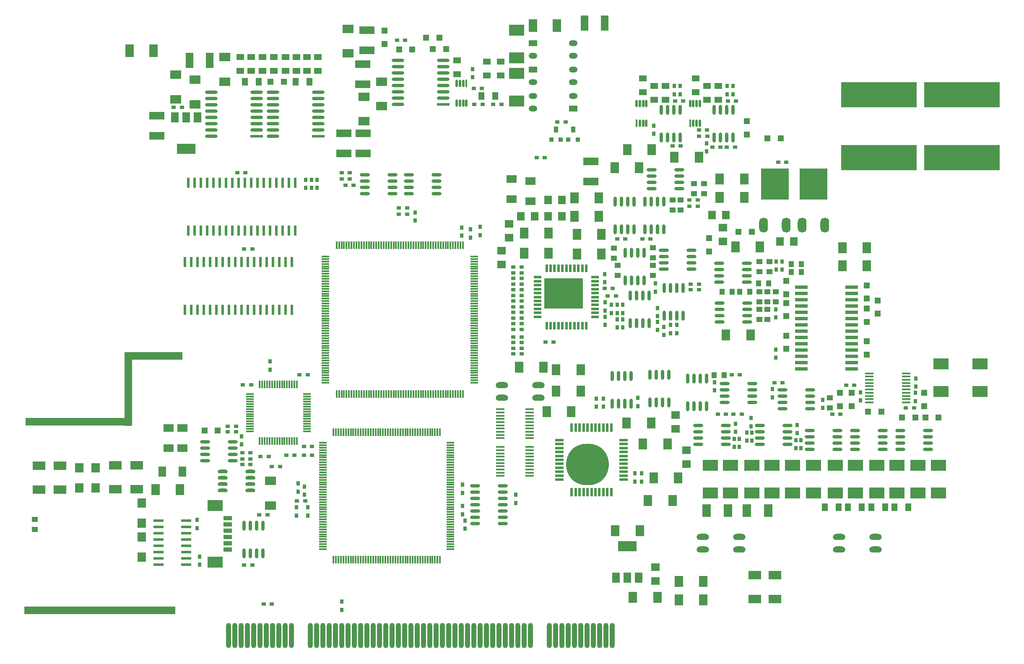
<source format=gtp>
%FSAX43Y43*%
%MOMM*%
G71*
G01*
G75*
%ADD10R,11.430X1.524*%
%ADD11R,30.480X1.524*%
%ADD12R,1.524X0.305*%
%ADD13R,0.305X1.524*%
%ADD14R,1.524X1.270*%
%ADD15R,0.762X0.889*%
%ADD16O,0.432X1.524*%
%ADD17R,0.432X1.524*%
%ADD18R,1.778X2.286*%
%ADD19R,1.270X1.143*%
%ADD20R,1.524X3.048*%
%ADD21R,0.889X0.762*%
%ADD22R,3.048X1.524*%
%ADD23R,1.270X1.524*%
%ADD24R,2.286X1.778*%
%ADD25R,1.524X0.508*%
%ADD26O,0.610X2.032*%
%ADD27R,1.143X1.270*%
%ADD28R,1.778X1.524*%
%ADD29R,1.524X1.778*%
%ADD30R,1.524X2.032*%
%ADD31R,2.540X0.610*%
%ADD32O,2.540X0.610*%
%ADD33O,1.778X3.048*%
%ADD34R,5.588X6.350*%
%ADD35R,3.810X2.032*%
%ADD36R,2.032X1.524*%
%ADD37R,1.727X1.219*%
%ADD38O,1.727X1.219*%
%ADD39O,2.540X1.270*%
%ADD40O,2.032X0.610*%
%ADD41R,15.240X5.080*%
%ADD42R,2.540X1.778*%
%ADD43R,0.914X1.270*%
%ADD44R,0.914X0.914*%
%ADD45R,1.778X2.540*%
%ADD46R,3.048X2.286*%
%ADD47R,1.270X1.016*%
%ADD48R,1.016X1.270*%
%ADD49R,1.780X0.420*%
%ADD50R,1.780X0.420*%
%ADD51O,1.016X5.080*%
%ADD52O,2.032X0.762*%
%ADD53R,1.727X1.829*%
%ADD54R,1.778X0.508*%
%ADD55R,2.540X0.635*%
%ADD56R,0.508X1.524*%
%ADD57R,0.508X1.778*%
%ADD58R,0.610X2.032*%
%ADD59R,2.032X0.610*%
%ADD60R,21.590X1.524*%
%ADD61R,1.524X14.859*%
%ADD62O,8.636X8.382*%
%ADD63R,7.874X6.096*%
%ADD64R,1.727X0.813*%
%ADD65C,0.203*%
%ADD66C,0.356*%
%ADD67C,0.457*%
%ADD68C,0.305*%
%ADD69C,1.270*%
%ADD70C,0.508*%
%ADD71C,0.406*%
%ADD72C,0.635*%
%ADD73C,0.381*%
%ADD74C,0.584*%
%ADD75C,0.254*%
%ADD76C,0.813*%
%ADD77C,0.711*%
%ADD78C,0.889*%
%ADD79R,25.146X25.400*%
%ADD80R,1.397X0.635*%
%ADD81C,1.270*%
%ADD82C,1.651*%
%ADD83C,1.524*%
%ADD84R,1.270X1.270*%
%ADD85C,1.626*%
%ADD86C,3.302*%
%ADD87R,10.160X7.620*%
%ADD88C,2.286*%
%ADD89C,6.350*%
%ADD90C,1.930*%
%ADD91C,5.842*%
%ADD92C,1.905*%
%ADD93R,1.905X1.905*%
%ADD94C,1.575*%
%ADD95C,1.727*%
%ADD96R,1.727X1.727*%
%ADD97C,0.813*%
%ADD98R,24.130X1.524*%
%ADD99R,2.032X30.480*%
%ADD100R,1.016X0.914*%
%ADD101R,0.914X1.016*%
%ADD102R,0.762X0.762*%
%ADD103R,1.829X1.727*%
%ADD104R,2.032X3.810*%
%ADD105R,1.270X0.914*%
%ADD106R,2.286X3.048*%
%ADD107O,0.762X2.032*%
%ADD108R,1.194X0.787*%
%ADD109O,1.194X0.787*%
%ADD110R,5.080X2.032*%
%ADD111R,1.270X2.794*%
%ADD112R,1.270X3.048*%
%ADD113C,0.200*%
%ADD114C,0.127*%
D10*
X0027356Y0061087D02*
D03*
D11*
X0016332Y0009677D02*
D03*
D12*
X0061835Y0079140D02*
D03*
X0091935Y0077140D02*
D03*
X0091935Y0077640D02*
D03*
X0091935Y0078140D02*
D03*
X0061400Y0022039D02*
D03*
X0061400Y0022539D02*
D03*
X0061400Y0023039D02*
D03*
X0061400Y0023539D02*
D03*
X0061400Y0024039D02*
D03*
X0061400Y0024539D02*
D03*
X0061400Y0025039D02*
D03*
X0061400Y0025539D02*
D03*
X0061400Y0026039D02*
D03*
X0061400Y0026539D02*
D03*
X0061400Y0027539D02*
D03*
X0061400Y0028039D02*
D03*
X0061400Y0028539D02*
D03*
X0061400Y0029039D02*
D03*
X0061400Y0029539D02*
D03*
X0061400Y0030039D02*
D03*
X0061400Y0030539D02*
D03*
X0061400Y0031039D02*
D03*
X0061400Y0031539D02*
D03*
X0061400Y0032039D02*
D03*
X0061400Y0032539D02*
D03*
X0061400Y0033039D02*
D03*
X0061400Y0033539D02*
D03*
X0061400Y0034039D02*
D03*
X0061400Y0034539D02*
D03*
X0061400Y0035039D02*
D03*
X0061400Y0035539D02*
D03*
X0061400Y0036039D02*
D03*
X0061400Y0036539D02*
D03*
X0061400Y0037039D02*
D03*
X0061400Y0037539D02*
D03*
X0061400Y0038039D02*
D03*
X0061400Y0038539D02*
D03*
X0061400Y0039039D02*
D03*
X0061400Y0039539D02*
D03*
X0061400Y0040039D02*
D03*
X0061400Y0042539D02*
D03*
X0061400Y0043039D02*
D03*
X0061400Y0043539D02*
D03*
X0087100Y0043539D02*
D03*
X0087100Y0043039D02*
D03*
X0087100Y0042539D02*
D03*
X0087100Y0042039D02*
D03*
X0087100Y0041539D02*
D03*
X0087100Y0041039D02*
D03*
X0087100Y0034539D02*
D03*
X0087100Y0034039D02*
D03*
X0087100Y0030539D02*
D03*
X0087100Y0030039D02*
D03*
X0087100Y0027539D02*
D03*
X0087100Y0026039D02*
D03*
X0087100Y0025539D02*
D03*
X0087100Y0025039D02*
D03*
X0087100Y0024539D02*
D03*
X0087100Y0024039D02*
D03*
X0087100Y0023539D02*
D03*
X0087100Y0023039D02*
D03*
X0087100Y0022539D02*
D03*
X0087100Y0022039D02*
D03*
X0061400Y0042039D02*
D03*
X0061400Y0041539D02*
D03*
X0061400Y0041039D02*
D03*
X0061400Y0040539D02*
D03*
X0087100Y0026539D02*
D03*
X0087100Y0027039D02*
D03*
X0087100Y0028039D02*
D03*
X0087100Y0028539D02*
D03*
X0087100Y0029039D02*
D03*
X0087100Y0029539D02*
D03*
X0087100Y0031039D02*
D03*
X0087100Y0031539D02*
D03*
X0087100Y0032039D02*
D03*
X0087100Y0032539D02*
D03*
X0087100Y0033039D02*
D03*
X0087100Y0033539D02*
D03*
X0087100Y0035039D02*
D03*
X0087100Y0035539D02*
D03*
X0087100Y0036039D02*
D03*
X0087100Y0036539D02*
D03*
X0087100Y0037039D02*
D03*
X0087100Y0037539D02*
D03*
X0087100Y0038039D02*
D03*
X0087100Y0038539D02*
D03*
X0087100Y0039039D02*
D03*
X0087100Y0039539D02*
D03*
X0087100Y0040039D02*
D03*
X0087100Y0040539D02*
D03*
X0061400Y0027039D02*
D03*
X0061835Y0055640D02*
D03*
X0061835Y0056140D02*
D03*
X0061835Y0056640D02*
D03*
X0061835Y0057140D02*
D03*
X0061835Y0057640D02*
D03*
X0061835Y0058140D02*
D03*
X0061835Y0058640D02*
D03*
X0061835Y0060640D02*
D03*
X0061835Y0061140D02*
D03*
X0061835Y0061640D02*
D03*
X0061835Y0064640D02*
D03*
X0061835Y0066640D02*
D03*
X0061835Y0067140D02*
D03*
X0061835Y0067640D02*
D03*
X0061835Y0068140D02*
D03*
X0061835Y0068640D02*
D03*
X0061835Y0071140D02*
D03*
X0061835Y0073140D02*
D03*
X0061835Y0073640D02*
D03*
X0061835Y0074140D02*
D03*
X0061835Y0074640D02*
D03*
X0061835Y0075140D02*
D03*
X0061835Y0075640D02*
D03*
X0061835Y0076140D02*
D03*
X0061835Y0076640D02*
D03*
X0061835Y0077140D02*
D03*
X0061835Y0077640D02*
D03*
X0061835Y0078140D02*
D03*
X0061835Y0078640D02*
D03*
X0061835Y0080140D02*
D03*
X0061835Y0080640D02*
D03*
X0061835Y0081140D02*
D03*
X0091935Y0081140D02*
D03*
X0091935Y0080640D02*
D03*
X0091935Y0080140D02*
D03*
X0091935Y0079640D02*
D03*
X0091935Y0079140D02*
D03*
X0091935Y0075640D02*
D03*
X0091935Y0075140D02*
D03*
X0091935Y0074640D02*
D03*
X0091935Y0071640D02*
D03*
X0091935Y0068640D02*
D03*
X0091935Y0068140D02*
D03*
X0091935Y0067640D02*
D03*
X0091935Y0067140D02*
D03*
X0091935Y0065140D02*
D03*
X0091935Y0063140D02*
D03*
X0091935Y0062640D02*
D03*
X0091935Y0062140D02*
D03*
X0091935Y0061640D02*
D03*
X0091935Y0061140D02*
D03*
X0091935Y0060640D02*
D03*
X0091935Y0060140D02*
D03*
X0091935Y0059640D02*
D03*
X0091935Y0059140D02*
D03*
X0091935Y0058640D02*
D03*
X0091935Y0058140D02*
D03*
X0091935Y0057640D02*
D03*
X0091935Y0057140D02*
D03*
X0091935Y0056640D02*
D03*
X0091935Y0056140D02*
D03*
X0091935Y0055640D02*
D03*
X0061835Y0072640D02*
D03*
X0061835Y0064140D02*
D03*
X0061835Y0063140D02*
D03*
X0061835Y0062140D02*
D03*
X0061835Y0059140D02*
D03*
X0061835Y0060140D02*
D03*
X0061835Y0062640D02*
D03*
X0061835Y0063640D02*
D03*
X0061835Y0065140D02*
D03*
X0061835Y0059640D02*
D03*
X0061835Y0072140D02*
D03*
X0061835Y0070640D02*
D03*
X0061835Y0069640D02*
D03*
X0061835Y0069140D02*
D03*
X0061835Y0070140D02*
D03*
X0061835Y0071640D02*
D03*
X0061835Y0066140D02*
D03*
X0061835Y0065640D02*
D03*
X0091935Y0069640D02*
D03*
X0091935Y0070140D02*
D03*
X0091935Y0070640D02*
D03*
X0091935Y0071140D02*
D03*
X0091935Y0072140D02*
D03*
X0091935Y0072640D02*
D03*
X0091935Y0073140D02*
D03*
X0091935Y0073640D02*
D03*
X0091935Y0074140D02*
D03*
X0091935Y0076140D02*
D03*
X0091935Y0076640D02*
D03*
X0091935Y0065640D02*
D03*
X0091935Y0066140D02*
D03*
X0091935Y0064640D02*
D03*
X0091935Y0064140D02*
D03*
X0091935Y0063640D02*
D03*
X0091935Y0069140D02*
D03*
X0091935Y0066640D02*
D03*
X0058109Y0053340D02*
D03*
X0058109Y0052840D02*
D03*
X0058109Y0052340D02*
D03*
X0058109Y0051840D02*
D03*
X0058109Y0051340D02*
D03*
X0058109Y0050840D02*
D03*
X0058109Y0050340D02*
D03*
X0058109Y0049840D02*
D03*
X0058109Y0049340D02*
D03*
X0058109Y0048840D02*
D03*
X0058109Y0048340D02*
D03*
X0058109Y0047840D02*
D03*
X0058109Y0047340D02*
D03*
X0058109Y0046840D02*
D03*
X0058109Y0046340D02*
D03*
X0058109Y0045840D02*
D03*
X0046609Y0045840D02*
D03*
X0046609Y0046340D02*
D03*
X0046609Y0046840D02*
D03*
X0046609Y0047340D02*
D03*
X0046609Y0047840D02*
D03*
X0046609Y0048340D02*
D03*
X0046609Y0048840D02*
D03*
X0046609Y0049840D02*
D03*
X0046609Y0050840D02*
D03*
X0046609Y0051340D02*
D03*
X0046609Y0051840D02*
D03*
X0046609Y0052340D02*
D03*
X0046609Y0052840D02*
D03*
X0046609Y0053340D02*
D03*
X0046609Y0049340D02*
D03*
X0091935Y0078640D02*
D03*
X0061835Y0079640D02*
D03*
X0046609Y0050340D02*
D03*
D13*
X0052109Y0055340D02*
D03*
X0082135Y0083440D02*
D03*
X0081635Y0083440D02*
D03*
X0063500Y0045639D02*
D03*
X0064000Y0045639D02*
D03*
X0064500Y0045639D02*
D03*
X0065000Y0045639D02*
D03*
X0065500Y0045639D02*
D03*
X0066000Y0045639D02*
D03*
X0066500Y0045639D02*
D03*
X0067000Y0045639D02*
D03*
X0067500Y0045639D02*
D03*
X0068000Y0045639D02*
D03*
X0068500Y0045639D02*
D03*
X0069000Y0045639D02*
D03*
X0069500Y0045639D02*
D03*
X0070000Y0045639D02*
D03*
X0070500Y0045639D02*
D03*
X0071000Y0045639D02*
D03*
X0071500Y0045639D02*
D03*
X0072000Y0045639D02*
D03*
X0072500Y0045639D02*
D03*
X0073000Y0045639D02*
D03*
X0073500Y0045639D02*
D03*
X0074000Y0045639D02*
D03*
X0074500Y0045639D02*
D03*
X0075000Y0045639D02*
D03*
X0075500Y0045639D02*
D03*
X0076000Y0045639D02*
D03*
X0076500Y0045639D02*
D03*
X0077000Y0045639D02*
D03*
X0077500Y0045639D02*
D03*
X0078000Y0045639D02*
D03*
X0078500Y0045639D02*
D03*
X0079000Y0045639D02*
D03*
X0079500Y0045639D02*
D03*
X0080000Y0045639D02*
D03*
X0080500Y0045639D02*
D03*
X0081000Y0045639D02*
D03*
X0081500Y0045639D02*
D03*
X0082000Y0045639D02*
D03*
X0083000Y0045639D02*
D03*
X0084500Y0045639D02*
D03*
X0085000Y0045639D02*
D03*
X0085000Y0019939D02*
D03*
X0084500Y0019939D02*
D03*
X0084000Y0019939D02*
D03*
X0083500Y0019939D02*
D03*
X0083000Y0019939D02*
D03*
X0082500Y0019939D02*
D03*
X0082000Y0019939D02*
D03*
X0081500Y0019939D02*
D03*
X0081000Y0019939D02*
D03*
X0080500Y0019939D02*
D03*
X0080000Y0019939D02*
D03*
X0079500Y0019939D02*
D03*
X0079000Y0019939D02*
D03*
X0078500Y0019939D02*
D03*
X0078000Y0019939D02*
D03*
X0077500Y0019939D02*
D03*
X0077000Y0019939D02*
D03*
X0076500Y0019939D02*
D03*
X0076000Y0019939D02*
D03*
X0075500Y0019939D02*
D03*
X0075000Y0019939D02*
D03*
X0074500Y0019939D02*
D03*
X0074000Y0019939D02*
D03*
X0073500Y0019939D02*
D03*
X0073000Y0019939D02*
D03*
X0072500Y0019939D02*
D03*
X0072000Y0019939D02*
D03*
X0071500Y0019939D02*
D03*
X0071000Y0019939D02*
D03*
X0070500Y0019939D02*
D03*
X0070000Y0019939D02*
D03*
X0069500Y0019939D02*
D03*
X0069000Y0019939D02*
D03*
X0068500Y0019939D02*
D03*
X0068000Y0019939D02*
D03*
X0067500Y0019939D02*
D03*
X0067000Y0019939D02*
D03*
X0066500Y0019939D02*
D03*
X0066000Y0019939D02*
D03*
X0065500Y0019939D02*
D03*
X0065000Y0019939D02*
D03*
X0064500Y0019939D02*
D03*
X0064000Y0019939D02*
D03*
X0063500Y0019939D02*
D03*
X0084000Y0045639D02*
D03*
X0083500Y0045639D02*
D03*
X0082500Y0045639D02*
D03*
X0064135Y0083440D02*
D03*
X0064635Y0083440D02*
D03*
X0065135Y0083440D02*
D03*
X0065635Y0083440D02*
D03*
X0066135Y0083440D02*
D03*
X0066635Y0083440D02*
D03*
X0067135Y0083440D02*
D03*
X0067635Y0083440D02*
D03*
X0068135Y0083440D02*
D03*
X0068635Y0083440D02*
D03*
X0069135Y0083440D02*
D03*
X0069635Y0083440D02*
D03*
X0070135Y0083440D02*
D03*
X0070635Y0083440D02*
D03*
X0071135Y0083440D02*
D03*
X0071635Y0083440D02*
D03*
X0072135Y0083440D02*
D03*
X0072635Y0083440D02*
D03*
X0073135Y0083440D02*
D03*
X0073635Y0083440D02*
D03*
X0074635Y0083440D02*
D03*
X0075135Y0083440D02*
D03*
X0075635Y0083440D02*
D03*
X0076635Y0083440D02*
D03*
X0077135Y0083440D02*
D03*
X0078135Y0083440D02*
D03*
X0079135Y0083440D02*
D03*
X0080135Y0083440D02*
D03*
X0082635Y0083440D02*
D03*
X0083135Y0083440D02*
D03*
X0083635Y0083440D02*
D03*
X0084135Y0083440D02*
D03*
X0084635Y0083440D02*
D03*
X0088135Y0083440D02*
D03*
X0088635Y0083440D02*
D03*
X0089135Y0083440D02*
D03*
X0089635Y0083440D02*
D03*
X0089635Y0053340D02*
D03*
X0089135Y0053340D02*
D03*
X0088635Y0053340D02*
D03*
X0088135Y0053340D02*
D03*
X0087635Y0053340D02*
D03*
X0087135Y0053340D02*
D03*
X0086635Y0053340D02*
D03*
X0086135Y0053340D02*
D03*
X0085635Y0053340D02*
D03*
X0085135Y0053340D02*
D03*
X0084635Y0053340D02*
D03*
X0084135Y0053340D02*
D03*
X0083635Y0053340D02*
D03*
X0083135Y0053340D02*
D03*
X0082635Y0053340D02*
D03*
X0082135Y0053340D02*
D03*
X0081635Y0053340D02*
D03*
X0081135Y0053340D02*
D03*
X0080635Y0053340D02*
D03*
X0080135Y0053340D02*
D03*
X0079635Y0053340D02*
D03*
X0079135Y0053340D02*
D03*
X0078635Y0053340D02*
D03*
X0078135Y0053340D02*
D03*
X0077635Y0053340D02*
D03*
X0077135Y0053340D02*
D03*
X0076635Y0053340D02*
D03*
X0076135Y0053340D02*
D03*
X0075635Y0053340D02*
D03*
X0075135Y0053340D02*
D03*
X0074635Y0053340D02*
D03*
X0074135Y0053340D02*
D03*
X0073635Y0053340D02*
D03*
X0073135Y0053340D02*
D03*
X0072635Y0053340D02*
D03*
X0072135Y0053340D02*
D03*
X0071635Y0053340D02*
D03*
X0071135Y0053340D02*
D03*
X0070635Y0053340D02*
D03*
X0070135Y0053340D02*
D03*
X0069635Y0053340D02*
D03*
X0069135Y0053340D02*
D03*
X0068635Y0053340D02*
D03*
X0068135Y0053340D02*
D03*
X0067635Y0053340D02*
D03*
X0067135Y0053340D02*
D03*
X0066635Y0053340D02*
D03*
X0066135Y0053340D02*
D03*
X0065635Y0053340D02*
D03*
X0065135Y0053340D02*
D03*
X0064635Y0053340D02*
D03*
X0064135Y0053340D02*
D03*
X0087135Y0083440D02*
D03*
X0087635Y0083440D02*
D03*
X0053609Y0043840D02*
D03*
X0052609Y0043840D02*
D03*
X0048609Y0055340D02*
D03*
X0049109Y0055340D02*
D03*
X0049609Y0055340D02*
D03*
X0050109Y0055340D02*
D03*
X0050609Y0055340D02*
D03*
X0051109Y0055340D02*
D03*
X0051609Y0055340D02*
D03*
X0053109Y0055340D02*
D03*
X0053609Y0055340D02*
D03*
X0054109Y0055340D02*
D03*
X0054609Y0055340D02*
D03*
X0055109Y0055340D02*
D03*
X0055609Y0055340D02*
D03*
X0056109Y0055340D02*
D03*
X0056109Y0043840D02*
D03*
X0055609Y0043840D02*
D03*
X0055109Y0043840D02*
D03*
X0054609Y0043840D02*
D03*
X0054109Y0043840D02*
D03*
X0053109Y0043840D02*
D03*
X0052109Y0043840D02*
D03*
X0051609Y0043840D02*
D03*
X0051109Y0043840D02*
D03*
X0050609Y0043840D02*
D03*
X0050109Y0043840D02*
D03*
X0049609Y0043840D02*
D03*
X0049109Y0043840D02*
D03*
X0048609Y0043840D02*
D03*
X0074135Y0083440D02*
D03*
X0080635Y0083440D02*
D03*
X0077635Y0083440D02*
D03*
X0078635Y0083440D02*
D03*
X0079635Y0083440D02*
D03*
X0076135Y0083440D02*
D03*
X0081135Y0083440D02*
D03*
X0085635Y0083440D02*
D03*
X0085135Y0083440D02*
D03*
X0086135Y0083440D02*
D03*
X0086635Y0083440D02*
D03*
X0052609Y0055340D02*
D03*
D14*
X0130556Y0115570D02*
D03*
X0130556Y0112776D02*
D03*
X0125984Y0117094D02*
D03*
X0125984Y0114300D02*
D03*
X0097282Y0117729D02*
D03*
X0097282Y0120523D02*
D03*
X0094488Y0117729D02*
D03*
X0094488Y0120523D02*
D03*
X0136652Y0117094D02*
D03*
X0136652Y0114300D02*
D03*
X0058166Y0118618D02*
D03*
X0058166Y0121412D02*
D03*
X0138938Y0112776D02*
D03*
X0141224Y0112776D02*
D03*
X0138938Y0115570D02*
D03*
X0141224Y0115570D02*
D03*
X0128270Y0112776D02*
D03*
X0056007Y0118618D02*
D03*
X0056007Y0121412D02*
D03*
X0060325Y0121412D02*
D03*
X0060325Y0118618D02*
D03*
X0053848Y0118618D02*
D03*
X0053848Y0121412D02*
D03*
X0049149Y0121412D02*
D03*
X0049149Y0118618D02*
D03*
X0046863Y0118618D02*
D03*
X0046863Y0121412D02*
D03*
X0051435Y0121412D02*
D03*
X0051435Y0118618D02*
D03*
X0044704Y0118618D02*
D03*
X0044704Y0121412D02*
D03*
X0088443Y0117983D02*
D03*
X0088443Y0120777D02*
D03*
X0128270Y0115570D02*
D03*
D15*
X0128143Y0107569D02*
D03*
X0128143Y0105918D02*
D03*
X0145415Y0044323D02*
D03*
X0145415Y0042672D02*
D03*
X0146939Y0045593D02*
D03*
X0146939Y0043942D02*
D03*
X0157861Y0044069D02*
D03*
X0157861Y0042418D02*
D03*
X0143002Y0115570D02*
D03*
X0143002Y0113919D02*
D03*
X0144145Y0115570D02*
D03*
X0144145Y0113919D02*
D03*
X0132334Y0115570D02*
D03*
X0132334Y0113919D02*
D03*
X0133477Y0115570D02*
D03*
X0133477Y0113919D02*
D03*
X0091567Y0117348D02*
D03*
X0091567Y0118999D02*
D03*
X0152146Y0052705D02*
D03*
X0152146Y0054356D02*
D03*
X0093091Y0085471D02*
D03*
X0093091Y0087122D02*
D03*
X0080010Y0090043D02*
D03*
X0080010Y0088392D02*
D03*
X0091186Y0086614D02*
D03*
X0091186Y0084963D02*
D03*
X0059055Y0096647D02*
D03*
X0044958Y0044831D02*
D03*
X0044958Y0043180D02*
D03*
X0060198Y0096647D02*
D03*
X0057912Y0096647D02*
D03*
X0152781Y0062357D02*
D03*
X0152781Y0060706D02*
D03*
X0100330Y0033020D02*
D03*
X0100330Y0031369D02*
D03*
X0140459Y0054102D02*
D03*
X0140459Y0055753D02*
D03*
X0050673Y0058293D02*
D03*
X0050673Y0059944D02*
D03*
X0065151Y0011430D02*
D03*
X0065151Y0009779D02*
D03*
X0181102Y0056515D02*
D03*
X0181102Y0054864D02*
D03*
X0118237Y0075946D02*
D03*
X0118237Y0077597D02*
D03*
X0118364Y0070231D02*
D03*
X0118364Y0071882D02*
D03*
X0132842Y0065659D02*
D03*
X0132842Y0067310D02*
D03*
X0120777Y0068453D02*
D03*
X0120777Y0066802D02*
D03*
X0121920Y0071374D02*
D03*
X0121920Y0069723D02*
D03*
X0130175Y0066929D02*
D03*
X0130175Y0065278D02*
D03*
X0128905Y0066294D02*
D03*
X0128905Y0067945D02*
D03*
X0169926Y0052070D02*
D03*
X0169926Y0053721D02*
D03*
X0180975Y0051943D02*
D03*
X0180975Y0053594D02*
D03*
X0125730Y0035687D02*
D03*
X0125730Y0037338D02*
D03*
X0036449Y0020523D02*
D03*
X0152781Y0068834D02*
D03*
X0152781Y0070485D02*
D03*
X0119634Y0071374D02*
D03*
X0119634Y0069723D02*
D03*
X0118364Y0067310D02*
D03*
X0118364Y0068961D02*
D03*
X0128905Y0069088D02*
D03*
X0128905Y0070739D02*
D03*
X0120777Y0069723D02*
D03*
X0120777Y0071374D02*
D03*
X0121920Y0066802D02*
D03*
X0121920Y0068453D02*
D03*
X0128524Y0075692D02*
D03*
X0128524Y0074041D02*
D03*
X0131572Y0065659D02*
D03*
X0131572Y0067310D02*
D03*
X0124968Y0052578D02*
D03*
X0124968Y0050927D02*
D03*
X0162306Y0050546D02*
D03*
X0162306Y0052197D02*
D03*
X0124333Y0037338D02*
D03*
X0124333Y0035687D02*
D03*
X0116586Y0050800D02*
D03*
X0116586Y0052451D02*
D03*
X0117983Y0050800D02*
D03*
X0117983Y0052451D02*
D03*
X0057658Y0033020D02*
D03*
X0057658Y0034671D02*
D03*
X0056007Y0030480D02*
D03*
X0056007Y0028829D02*
D03*
X0058293Y0028829D02*
D03*
X0058293Y0030480D02*
D03*
X0089535Y0030734D02*
D03*
X0089535Y0029083D02*
D03*
X0090043Y0027813D02*
D03*
X0090043Y0026162D02*
D03*
X0089535Y0035052D02*
D03*
X0089535Y0033401D02*
D03*
X0089408Y0086995D02*
D03*
X0089408Y0085344D02*
D03*
X0138862Y0102362D02*
D03*
X0060198Y0094996D02*
D03*
X0059055Y0094996D02*
D03*
X0057912Y0094996D02*
D03*
X0138862Y0104013D02*
D03*
X0036449Y0018872D02*
D03*
X0154051Y0078486D02*
D03*
X0152908Y0078486D02*
D03*
X0154051Y0080137D02*
D03*
X0152908Y0080137D02*
D03*
X0144653Y0047371D02*
D03*
X0144653Y0045720D02*
D03*
X0147955Y0045593D02*
D03*
X0147955Y0043942D02*
D03*
X0147828Y0048514D02*
D03*
X0147828Y0046863D02*
D03*
X0156845Y0044069D02*
D03*
X0156845Y0042418D02*
D03*
X0157099Y0047117D02*
D03*
X0157099Y0045466D02*
D03*
X0144399Y0044323D02*
D03*
X0144399Y0042672D02*
D03*
X0056388Y0035306D02*
D03*
X0056388Y0033655D02*
D03*
X0035941Y0027940D02*
D03*
X0035941Y0026289D02*
D03*
D16*
X0136159Y0108077D02*
D03*
X0137460Y0112039D02*
D03*
X0136809Y0112039D02*
D03*
X0136159Y0112039D02*
D03*
X0135509Y0112039D02*
D03*
X0137460Y0108077D02*
D03*
X0136809Y0108077D02*
D03*
X0125364Y0108077D02*
D03*
X0126665Y0112039D02*
D03*
X0126014Y0112039D02*
D03*
X0125364Y0112039D02*
D03*
X0124714Y0112039D02*
D03*
X0126665Y0108077D02*
D03*
X0126014Y0108077D02*
D03*
X0089698Y0116078D02*
D03*
X0088397Y0112116D02*
D03*
X0089047Y0112116D02*
D03*
X0089698Y0112116D02*
D03*
X0090348Y0112116D02*
D03*
X0088397Y0116078D02*
D03*
X0089047Y0116078D02*
D03*
D17*
X0135509Y0108077D02*
D03*
X0124714Y0108077D02*
D03*
X0090348Y0116078D02*
D03*
D18*
X0125222Y0099060D02*
D03*
X0120269Y0099060D02*
D03*
X0132334Y0101219D02*
D03*
X0137287Y0101219D02*
D03*
X0112649Y0085598D02*
D03*
X0117602Y0085598D02*
D03*
X0130937Y0043307D02*
D03*
X0125984Y0043307D02*
D03*
X0122809Y0102743D02*
D03*
X0127762Y0102743D02*
D03*
X0027559Y0034036D02*
D03*
X0032512Y0034036D02*
D03*
X0144653Y0083058D02*
D03*
X0149606Y0083058D02*
D03*
X0120396Y0025781D02*
D03*
X0125349Y0025781D02*
D03*
X0141478Y0096774D02*
D03*
X0146431Y0096774D02*
D03*
X0108458Y0058293D02*
D03*
X0113411Y0058293D02*
D03*
X0101981Y0081788D02*
D03*
X0106934Y0081788D02*
D03*
X0101981Y0085852D02*
D03*
X0106934Y0085852D02*
D03*
X0133096Y0036449D02*
D03*
X0128143Y0036449D02*
D03*
X0127635Y0047498D02*
D03*
X0122682Y0047498D02*
D03*
X0171196Y0082931D02*
D03*
X0166243Y0082931D02*
D03*
X0105918Y0058801D02*
D03*
X0100965Y0058801D02*
D03*
X0117094Y0092964D02*
D03*
X0112141Y0092964D02*
D03*
X0171196Y0079248D02*
D03*
X0166243Y0079248D02*
D03*
X0108458Y0053975D02*
D03*
X0113411Y0053975D02*
D03*
X0117602Y0081661D02*
D03*
X0112649Y0081661D02*
D03*
X0138176Y0011811D02*
D03*
X0133223Y0011811D02*
D03*
X0147701Y0065278D02*
D03*
X0142748Y0065278D02*
D03*
X0131953Y0031877D02*
D03*
X0127000Y0031877D02*
D03*
X0112141Y0089281D02*
D03*
X0117094Y0089281D02*
D03*
X0111506Y0049784D02*
D03*
X0106553Y0049784D02*
D03*
X0138176Y0015494D02*
D03*
X0133223Y0015494D02*
D03*
X0146431Y0093091D02*
D03*
X0141478Y0093091D02*
D03*
X0128905Y0012319D02*
D03*
X0123952Y0012319D02*
D03*
D19*
X0146939Y0105791D02*
D03*
X0146939Y0108458D02*
D03*
X0073787Y0124079D02*
D03*
X0139319Y0084836D02*
D03*
X0073787Y0126746D02*
D03*
X0171196Y0067945D02*
D03*
X0154940Y0069088D02*
D03*
X0171196Y0075311D02*
D03*
X0171196Y0072644D02*
D03*
X0154940Y0076200D02*
D03*
X0154940Y0073533D02*
D03*
X0173355Y0069596D02*
D03*
X0173355Y0072263D02*
D03*
X0171196Y0061341D02*
D03*
X0171196Y0064008D02*
D03*
X0154940Y0062484D02*
D03*
X0154940Y0065151D02*
D03*
X0154940Y0071755D02*
D03*
X0171196Y0070612D02*
D03*
X0165735Y0053594D02*
D03*
X0165735Y0050927D02*
D03*
X0182753Y0053594D02*
D03*
X0182753Y0050927D02*
D03*
X0168148Y0053594D02*
D03*
X0168148Y0050927D02*
D03*
X0139319Y0082169D02*
D03*
D20*
X0114173Y0128270D02*
D03*
X0118237Y0128270D02*
D03*
X0034417Y0120777D02*
D03*
X0038481Y0120777D02*
D03*
D21*
X0144780Y0112522D02*
D03*
X0143129Y0112522D02*
D03*
X0132461Y0112522D02*
D03*
X0134112Y0112522D02*
D03*
X0145923Y0049276D02*
D03*
X0144272Y0049276D02*
D03*
X0097409Y0111887D02*
D03*
X0095758Y0111887D02*
D03*
X0127508Y0084709D02*
D03*
X0125857Y0084709D02*
D03*
X0120777Y0084709D02*
D03*
X0122428Y0084709D02*
D03*
X0152527Y0055626D02*
D03*
X0154178Y0055626D02*
D03*
X0077978Y0124841D02*
D03*
X0076327Y0124841D02*
D03*
X0137287Y0106680D02*
D03*
X0137338Y0105410D02*
D03*
X0133604Y0103505D02*
D03*
X0131953Y0103505D02*
D03*
X0108712Y0108331D02*
D03*
X0110363Y0108331D02*
D03*
X0093472Y0115062D02*
D03*
X0091821Y0115062D02*
D03*
X0043815Y0045720D02*
D03*
X0042164Y0045720D02*
D03*
X0042164Y0046863D02*
D03*
X0043815Y0046863D02*
D03*
X0048514Y0028956D02*
D03*
X0050165Y0028956D02*
D03*
X0045085Y0039116D02*
D03*
X0046736Y0039116D02*
D03*
X0045085Y0040259D02*
D03*
X0046736Y0041529D02*
D03*
X0046736Y0040259D02*
D03*
X0045085Y0041529D02*
D03*
X0052705Y0038735D02*
D03*
X0051054Y0038735D02*
D03*
X0135382Y0092583D02*
D03*
X0137033Y0092583D02*
D03*
X0119888Y0074676D02*
D03*
X0118237Y0074676D02*
D03*
X0101473Y0078994D02*
D03*
X0099822Y0078994D02*
D03*
X0145539Y0057277D02*
D03*
X0143888Y0057277D02*
D03*
X0044069Y0098044D02*
D03*
X0045720Y0098044D02*
D03*
X0107950Y0063881D02*
D03*
X0106299Y0063881D02*
D03*
X0051054Y0010922D02*
D03*
X0049403Y0010922D02*
D03*
X0167005Y0055118D02*
D03*
X0168656Y0055118D02*
D03*
X0135636Y0075565D02*
D03*
X0137287Y0075565D02*
D03*
X0141097Y0049276D02*
D03*
X0142748Y0049276D02*
D03*
X0180721Y0050546D02*
D03*
X0179070Y0050546D02*
D03*
X0154940Y0100203D02*
D03*
X0045466Y0082677D02*
D03*
X0047117Y0082677D02*
D03*
X0137033Y0091313D02*
D03*
X0135382Y0091313D02*
D03*
X0137287Y0074422D02*
D03*
X0135636Y0074422D02*
D03*
X0099822Y0077851D02*
D03*
X0101473Y0077851D02*
D03*
X0099822Y0076708D02*
D03*
X0101473Y0076708D02*
D03*
X0099822Y0075565D02*
D03*
X0101473Y0075565D02*
D03*
X0099822Y0074422D02*
D03*
X0101473Y0074422D02*
D03*
X0099822Y0073279D02*
D03*
X0101473Y0073279D02*
D03*
X0099822Y0072136D02*
D03*
X0101473Y0072136D02*
D03*
X0099822Y0070993D02*
D03*
X0101473Y0070993D02*
D03*
X0099822Y0069850D02*
D03*
X0101473Y0069850D02*
D03*
X0099822Y0068707D02*
D03*
X0101473Y0068707D02*
D03*
X0099822Y0067564D02*
D03*
X0101473Y0067564D02*
D03*
X0099822Y0066421D02*
D03*
X0101473Y0066421D02*
D03*
X0118872Y0073152D02*
D03*
X0120523Y0073152D02*
D03*
X0101473Y0064897D02*
D03*
X0099822Y0064897D02*
D03*
X0101473Y0063754D02*
D03*
X0099822Y0063754D02*
D03*
X0101473Y0062611D02*
D03*
X0099822Y0062611D02*
D03*
X0101473Y0061468D02*
D03*
X0099822Y0061468D02*
D03*
X0164211Y0049276D02*
D03*
X0165862Y0049276D02*
D03*
X0056134Y0031750D02*
D03*
X0057785Y0031750D02*
D03*
X0057531Y0042799D02*
D03*
X0059182Y0042799D02*
D03*
X0055626Y0041021D02*
D03*
X0053975Y0041021D02*
D03*
X0057531Y0041021D02*
D03*
X0059182Y0041021D02*
D03*
X0056642Y0057277D02*
D03*
X0058293Y0057277D02*
D03*
X0045466Y0018796D02*
D03*
X0047117Y0018796D02*
D03*
X0048768Y0040767D02*
D03*
X0050419Y0040767D02*
D03*
X0078359Y0089662D02*
D03*
X0076708Y0089662D02*
D03*
X0078359Y0090932D02*
D03*
X0076708Y0090932D02*
D03*
X0067564Y0095504D02*
D03*
X0104521Y0101092D02*
D03*
X0106172Y0101092D02*
D03*
X0066802Y0096774D02*
D03*
X0065151Y0096774D02*
D03*
X0066802Y0098044D02*
D03*
X0065151Y0098044D02*
D03*
X0140005Y0103251D02*
D03*
X0091948Y0111887D02*
D03*
X0093599Y0111887D02*
D03*
X0032893Y0111252D02*
D03*
X0031242Y0111252D02*
D03*
X0045212Y0055245D02*
D03*
X0046863Y0055245D02*
D03*
X0141656Y0103251D02*
D03*
X0142926Y0103251D02*
D03*
X0138989Y0105410D02*
D03*
X0144577Y0103251D02*
D03*
X0138938Y0106680D02*
D03*
X0065913Y0095504D02*
D03*
X0153289Y0100203D02*
D03*
D22*
X0069393Y0115951D02*
D03*
X0069393Y0120015D02*
D03*
X0115443Y0100330D02*
D03*
X0115443Y0096266D02*
D03*
X0027813Y0109601D02*
D03*
X0027813Y0105537D02*
D03*
X0069520Y0101981D02*
D03*
X0069520Y0106045D02*
D03*
X0065583Y0106045D02*
D03*
X0065583Y0101981D02*
D03*
X0070231Y0122809D02*
D03*
X0070231Y0126873D02*
D03*
D23*
X0096139Y0113538D02*
D03*
X0093345Y0113538D02*
D03*
X0048387Y0116459D02*
D03*
X0045593Y0116459D02*
D03*
X0176784Y0030480D02*
D03*
X0179578Y0030480D02*
D03*
X0172085Y0030480D02*
D03*
X0174879Y0030480D02*
D03*
X0167386Y0030480D02*
D03*
X0170180Y0030480D02*
D03*
X0162687Y0030480D02*
D03*
X0165481Y0030480D02*
D03*
X0055880Y0116459D02*
D03*
X0058674Y0116459D02*
D03*
D24*
X0066421Y0122174D02*
D03*
X0066421Y0127127D02*
D03*
X0031623Y0117856D02*
D03*
X0031623Y0112903D02*
D03*
X0035560Y0116840D02*
D03*
X0035560Y0111887D02*
D03*
X0041529Y0121412D02*
D03*
X0041529Y0116459D02*
D03*
X0069647Y0108458D02*
D03*
X0069647Y0113411D02*
D03*
X0073203Y0116459D02*
D03*
X0073203Y0111506D02*
D03*
X0050800Y0030861D02*
D03*
X0050800Y0035814D02*
D03*
D25*
X0116332Y0070561D02*
D03*
X0104732Y0068961D02*
D03*
X0104732Y0069761D02*
D03*
X0104732Y0070561D02*
D03*
X0104732Y0071361D02*
D03*
X0104732Y0072161D02*
D03*
X0104732Y0072961D02*
D03*
X0104732Y0073761D02*
D03*
X0104732Y0074561D02*
D03*
X0104732Y0075361D02*
D03*
X0104732Y0076161D02*
D03*
X0104732Y0076961D02*
D03*
X0116332Y0076961D02*
D03*
X0116332Y0076161D02*
D03*
X0116332Y0075361D02*
D03*
X0116332Y0074561D02*
D03*
X0116332Y0073761D02*
D03*
X0116332Y0072961D02*
D03*
X0116332Y0072161D02*
D03*
X0116332Y0071361D02*
D03*
X0116332Y0069761D02*
D03*
X0116332Y0068961D02*
D03*
D26*
X0128905Y0092202D02*
D03*
X0142875Y0110744D02*
D03*
X0140335Y0110744D02*
D03*
X0144145Y0105156D02*
D03*
X0141605Y0110744D02*
D03*
X0144145Y0110744D02*
D03*
X0126238Y0081915D02*
D03*
X0124968Y0081915D02*
D03*
X0123698Y0081915D02*
D03*
X0122428Y0081915D02*
D03*
X0122428Y0076327D02*
D03*
X0123698Y0076327D02*
D03*
X0124968Y0076327D02*
D03*
X0126238Y0076327D02*
D03*
X0123444Y0067691D02*
D03*
X0124714Y0067691D02*
D03*
X0125984Y0067691D02*
D03*
X0127254Y0067691D02*
D03*
X0127254Y0073279D02*
D03*
X0125984Y0073279D02*
D03*
X0124714Y0073279D02*
D03*
X0123444Y0073279D02*
D03*
X0135001Y0050927D02*
D03*
X0136271Y0050927D02*
D03*
X0137541Y0050927D02*
D03*
X0138811Y0050927D02*
D03*
X0138811Y0056515D02*
D03*
X0137541Y0056515D02*
D03*
X0136271Y0056515D02*
D03*
X0135001Y0056515D02*
D03*
X0119761Y0051435D02*
D03*
X0121031Y0051435D02*
D03*
X0122301Y0051435D02*
D03*
X0123571Y0051435D02*
D03*
X0123571Y0057023D02*
D03*
X0122301Y0057023D02*
D03*
X0121031Y0057023D02*
D03*
X0119761Y0057023D02*
D03*
X0127381Y0057277D02*
D03*
X0128651Y0057277D02*
D03*
X0129921Y0057277D02*
D03*
X0131191Y0057277D02*
D03*
X0131191Y0051689D02*
D03*
X0129921Y0051689D02*
D03*
X0128651Y0051689D02*
D03*
X0127381Y0051689D02*
D03*
X0130175Y0086614D02*
D03*
X0128905Y0086614D02*
D03*
X0127635Y0086614D02*
D03*
X0126365Y0086614D02*
D03*
X0126365Y0092202D02*
D03*
X0127635Y0092202D02*
D03*
X0130175Y0092202D02*
D03*
X0134112Y0069215D02*
D03*
X0130302Y0074803D02*
D03*
X0131572Y0074803D02*
D03*
X0132842Y0074803D02*
D03*
X0134112Y0074803D02*
D03*
X0045466Y0026797D02*
D03*
X0046736Y0026797D02*
D03*
X0048006Y0026797D02*
D03*
X0049276Y0026797D02*
D03*
X0049276Y0021209D02*
D03*
X0048006Y0021209D02*
D03*
X0046736Y0021209D02*
D03*
X0045466Y0021209D02*
D03*
X0130302Y0069215D02*
D03*
X0132842Y0069215D02*
D03*
X0131572Y0069215D02*
D03*
X0124206Y0092202D02*
D03*
X0122936Y0092202D02*
D03*
X0121666Y0092202D02*
D03*
X0120396Y0092202D02*
D03*
X0120396Y0086614D02*
D03*
X0121666Y0086614D02*
D03*
X0122936Y0086614D02*
D03*
X0124206Y0086614D02*
D03*
X0141605Y0105156D02*
D03*
X0140335Y0105156D02*
D03*
X0142875Y0105156D02*
D03*
X0132207Y0110744D02*
D03*
X0133477Y0110744D02*
D03*
X0130937Y0110744D02*
D03*
X0132207Y0105156D02*
D03*
X0130937Y0105156D02*
D03*
X0129667Y0105156D02*
D03*
X0129667Y0110744D02*
D03*
X0133477Y0105156D02*
D03*
D27*
X0147955Y0086106D02*
D03*
X0053467Y0116459D02*
D03*
X0050800Y0116459D02*
D03*
X0084887Y0125349D02*
D03*
X0082220Y0125349D02*
D03*
X0037465Y0045974D02*
D03*
X0040132Y0045974D02*
D03*
X0153797Y0105029D02*
D03*
X0151130Y0105029D02*
D03*
X0171450Y0049784D02*
D03*
X0174117Y0049784D02*
D03*
X0185674Y0048641D02*
D03*
X0183007Y0048641D02*
D03*
X0180975Y0048641D02*
D03*
X0178308Y0048641D02*
D03*
X0145288Y0086106D02*
D03*
X0086233Y0123063D02*
D03*
X0083566Y0123063D02*
D03*
X0076759Y0122936D02*
D03*
X0079426Y0122936D02*
D03*
D28*
X0142113Y0086995D02*
D03*
X0134747Y0039243D02*
D03*
X0134747Y0042037D02*
D03*
X0128524Y0018415D02*
D03*
X0128524Y0015621D02*
D03*
X0132588Y0049149D02*
D03*
X0132588Y0046355D02*
D03*
X0098933Y0084963D02*
D03*
X0098933Y0087757D02*
D03*
X0097409Y0079502D02*
D03*
X0097409Y0082296D02*
D03*
X0142113Y0084201D02*
D03*
D29*
X0142748Y0089535D02*
D03*
X0153670Y0084201D02*
D03*
X0139954Y0089535D02*
D03*
X0104140Y0089281D02*
D03*
X0101346Y0089281D02*
D03*
X0109601Y0089281D02*
D03*
X0106807Y0089281D02*
D03*
X0109601Y0092583D02*
D03*
X0106807Y0092583D02*
D03*
X0156464Y0084201D02*
D03*
D30*
X0028956Y0037719D02*
D03*
X0033020Y0037719D02*
D03*
X0120523Y0016256D02*
D03*
X0122809Y0016256D02*
D03*
X0125095Y0016256D02*
D03*
X0036068Y0109220D02*
D03*
X0031496Y0109220D02*
D03*
X0033782Y0109220D02*
D03*
D31*
X0048006Y0105410D02*
D03*
X0060452Y0105410D02*
D03*
X0085649Y0111887D02*
D03*
D32*
X0048006Y0106680D02*
D03*
X0048006Y0107950D02*
D03*
X0048006Y0109220D02*
D03*
X0048006Y0110490D02*
D03*
X0048006Y0111760D02*
D03*
X0048006Y0113030D02*
D03*
X0048006Y0114300D02*
D03*
X0038862Y0105410D02*
D03*
X0038862Y0106680D02*
D03*
X0038862Y0107950D02*
D03*
X0038862Y0109220D02*
D03*
X0038862Y0110490D02*
D03*
X0038862Y0111760D02*
D03*
X0038862Y0113030D02*
D03*
X0038862Y0114300D02*
D03*
X0060452Y0106680D02*
D03*
X0060452Y0107950D02*
D03*
X0060452Y0109220D02*
D03*
X0060452Y0110490D02*
D03*
X0060452Y0111760D02*
D03*
X0060452Y0113030D02*
D03*
X0060452Y0114300D02*
D03*
X0051308Y0105410D02*
D03*
X0051308Y0106680D02*
D03*
X0051308Y0107950D02*
D03*
X0051308Y0109220D02*
D03*
X0051308Y0110490D02*
D03*
X0051308Y0111760D02*
D03*
X0051308Y0113030D02*
D03*
X0051308Y0114300D02*
D03*
X0085649Y0113157D02*
D03*
X0085649Y0114427D02*
D03*
X0085649Y0115697D02*
D03*
X0085649Y0116967D02*
D03*
X0085649Y0118237D02*
D03*
X0085649Y0119507D02*
D03*
X0085649Y0120777D02*
D03*
X0076505Y0111887D02*
D03*
X0076505Y0113157D02*
D03*
X0076505Y0114427D02*
D03*
X0076505Y0115697D02*
D03*
X0076505Y0116967D02*
D03*
X0076505Y0118237D02*
D03*
X0076505Y0119507D02*
D03*
X0076505Y0120777D02*
D03*
D33*
X0150368Y0087503D02*
D03*
X0158115Y0087503D02*
D03*
X0162687Y0087503D02*
D03*
X0154940Y0087503D02*
D03*
D34*
X0152654Y0095758D02*
D03*
X0160401Y0095758D02*
D03*
D35*
X0122809Y0022606D02*
D03*
X0033782Y0102870D02*
D03*
D36*
X0099441Y0092710D02*
D03*
X0099441Y0096774D02*
D03*
X0103251Y0096393D02*
D03*
X0103251Y0092329D02*
D03*
X0030226Y0046482D02*
D03*
X0030226Y0042418D02*
D03*
X0033020Y0042418D02*
D03*
X0033020Y0046482D02*
D03*
D37*
X0103810Y0124206D02*
D03*
X0103810Y0118872D02*
D03*
X0111938Y0110998D02*
D03*
D38*
X0103810Y0121666D02*
D03*
X0111938Y0124206D02*
D03*
X0111938Y0121666D02*
D03*
X0111938Y0113538D02*
D03*
X0103810Y0110998D02*
D03*
X0103810Y0113538D02*
D03*
X0103810Y0116332D02*
D03*
X0111938Y0118872D02*
D03*
X0111938Y0116332D02*
D03*
D39*
X0145415Y0024511D02*
D03*
X0145415Y0021971D02*
D03*
X0138049Y0024511D02*
D03*
X0138049Y0021971D02*
D03*
X0165608Y0021971D02*
D03*
X0165608Y0024511D02*
D03*
X0172974Y0021971D02*
D03*
X0172974Y0024511D02*
D03*
X0104902Y0052578D02*
D03*
X0104902Y0055118D02*
D03*
X0097536Y0052578D02*
D03*
X0097536Y0055118D02*
D03*
D40*
X0075438Y0097663D02*
D03*
X0075438Y0096393D02*
D03*
X0075438Y0095123D02*
D03*
X0075438Y0093853D02*
D03*
X0069850Y0093853D02*
D03*
X0069850Y0095123D02*
D03*
X0069850Y0096393D02*
D03*
X0069850Y0097663D02*
D03*
X0084328Y0097663D02*
D03*
X0084328Y0096393D02*
D03*
X0084328Y0095123D02*
D03*
X0084328Y0093853D02*
D03*
X0078740Y0093853D02*
D03*
X0078740Y0095123D02*
D03*
X0078740Y0096393D02*
D03*
X0078740Y0097663D02*
D03*
X0092075Y0034798D02*
D03*
X0092075Y0033528D02*
D03*
X0092075Y0032258D02*
D03*
X0092075Y0029718D02*
D03*
X0092075Y0028448D02*
D03*
X0092075Y0027178D02*
D03*
X0097663Y0027178D02*
D03*
X0097663Y0028448D02*
D03*
X0097663Y0029718D02*
D03*
X0097663Y0030988D02*
D03*
X0097663Y0032258D02*
D03*
X0097663Y0033528D02*
D03*
X0097663Y0034798D02*
D03*
X0092075Y0030988D02*
D03*
X0130175Y0078613D02*
D03*
X0130175Y0079883D02*
D03*
X0130175Y0081153D02*
D03*
X0130175Y0082423D02*
D03*
X0135763Y0082423D02*
D03*
X0135763Y0081153D02*
D03*
X0135763Y0079883D02*
D03*
X0135763Y0078613D02*
D03*
X0154178Y0054229D02*
D03*
X0154178Y0052959D02*
D03*
X0154178Y0051689D02*
D03*
X0154178Y0050419D02*
D03*
X0159766Y0050419D02*
D03*
X0159766Y0051689D02*
D03*
X0159766Y0052959D02*
D03*
X0159766Y0054229D02*
D03*
X0142494Y0055499D02*
D03*
X0142494Y0054229D02*
D03*
X0142494Y0052959D02*
D03*
X0142494Y0051689D02*
D03*
X0148082Y0051689D02*
D03*
X0148082Y0052959D02*
D03*
X0148082Y0054229D02*
D03*
X0148082Y0055499D02*
D03*
X0149606Y0043180D02*
D03*
X0149606Y0044450D02*
D03*
X0149606Y0045720D02*
D03*
X0149606Y0046990D02*
D03*
X0155194Y0046990D02*
D03*
X0155194Y0045720D02*
D03*
X0155194Y0044450D02*
D03*
X0155194Y0043180D02*
D03*
X0174371Y0045974D02*
D03*
X0174371Y0044704D02*
D03*
X0174371Y0043434D02*
D03*
X0174371Y0042164D02*
D03*
X0168783Y0042164D02*
D03*
X0168783Y0043434D02*
D03*
X0168783Y0044704D02*
D03*
X0168783Y0045974D02*
D03*
X0183515Y0045974D02*
D03*
X0183515Y0044704D02*
D03*
X0183515Y0043434D02*
D03*
X0183515Y0042164D02*
D03*
X0177927Y0042164D02*
D03*
X0177927Y0043434D02*
D03*
X0177927Y0044704D02*
D03*
X0177927Y0045974D02*
D03*
X0141351Y0075946D02*
D03*
X0141351Y0077216D02*
D03*
X0141351Y0078486D02*
D03*
X0141351Y0079756D02*
D03*
X0146939Y0079756D02*
D03*
X0146939Y0078486D02*
D03*
X0146939Y0077216D02*
D03*
X0146939Y0075946D02*
D03*
X0141478Y0067945D02*
D03*
X0141478Y0069215D02*
D03*
X0141478Y0070485D02*
D03*
X0141478Y0071755D02*
D03*
X0147066Y0071755D02*
D03*
X0147066Y0070485D02*
D03*
X0147066Y0069215D02*
D03*
X0147066Y0067945D02*
D03*
X0043180Y0039878D02*
D03*
X0043180Y0041148D02*
D03*
X0043180Y0042418D02*
D03*
X0043180Y0043688D02*
D03*
X0037592Y0043688D02*
D03*
X0037592Y0042418D02*
D03*
X0037592Y0041148D02*
D03*
X0037592Y0039878D02*
D03*
X0137160Y0043180D02*
D03*
X0137160Y0044450D02*
D03*
X0137160Y0045720D02*
D03*
X0137160Y0046990D02*
D03*
X0142748Y0046990D02*
D03*
X0142748Y0045720D02*
D03*
X0142748Y0044450D02*
D03*
X0142748Y0043180D02*
D03*
X0165227Y0045974D02*
D03*
X0165227Y0044704D02*
D03*
X0165227Y0043434D02*
D03*
X0165227Y0042164D02*
D03*
X0159639Y0042164D02*
D03*
X0159639Y0043434D02*
D03*
X0159639Y0044704D02*
D03*
X0159639Y0045974D02*
D03*
X0127762Y0098679D02*
D03*
X0127762Y0097409D02*
D03*
X0127762Y0096139D02*
D03*
X0127762Y0094869D02*
D03*
X0133350Y0094869D02*
D03*
X0133350Y0096139D02*
D03*
X0133350Y0097409D02*
D03*
X0133350Y0098679D02*
D03*
D41*
X0173609Y0101092D02*
D03*
X0173609Y0113792D02*
D03*
X0190373Y0113792D02*
D03*
X0190373Y0101092D02*
D03*
D42*
X0148590Y0011938D02*
D03*
X0148590Y0016764D02*
D03*
X0152654Y0016764D02*
D03*
X0152654Y0011938D02*
D03*
X0023749Y0038989D02*
D03*
X0023749Y0034163D02*
D03*
X0019431Y0034163D02*
D03*
X0019431Y0038989D02*
D03*
X0004064Y0034036D02*
D03*
X0004064Y0038862D02*
D03*
X0008255Y0034036D02*
D03*
X0008255Y0038862D02*
D03*
D43*
X0108458Y0106807D02*
D03*
X0111887Y0106807D02*
D03*
D44*
X0109398Y0104775D02*
D03*
X0107493Y0104775D02*
D03*
X0112827Y0104775D02*
D03*
X0110922Y0104775D02*
D03*
D45*
X0027178Y0122682D02*
D03*
X0022352Y0122682D02*
D03*
X0108636Y0127762D02*
D03*
X0103810Y0127762D02*
D03*
X0143126Y0029845D02*
D03*
X0138808Y0029845D02*
D03*
X0151257Y0029845D02*
D03*
X0146939Y0029845D02*
D03*
D46*
X0194056Y0059436D02*
D03*
X0194056Y0053848D02*
D03*
X0186182Y0059436D02*
D03*
X0186182Y0053848D02*
D03*
X0100508Y0126873D02*
D03*
X0100508Y0121285D02*
D03*
X0160401Y0033401D02*
D03*
X0160401Y0038989D02*
D03*
X0156210Y0033401D02*
D03*
X0156210Y0038989D02*
D03*
X0152019Y0038989D02*
D03*
X0152019Y0033401D02*
D03*
X0185674Y0038989D02*
D03*
X0185674Y0033401D02*
D03*
X0181483Y0038989D02*
D03*
X0181483Y0033401D02*
D03*
X0143637Y0038989D02*
D03*
X0143637Y0033401D02*
D03*
X0147955Y0038989D02*
D03*
X0147955Y0033401D02*
D03*
X0177292Y0038989D02*
D03*
X0177292Y0033401D02*
D03*
X0173228Y0038989D02*
D03*
X0173228Y0033401D02*
D03*
X0168910Y0038989D02*
D03*
X0168910Y0033401D02*
D03*
X0164846Y0038989D02*
D03*
X0164846Y0033401D02*
D03*
X0100508Y0118110D02*
D03*
X0100508Y0112522D02*
D03*
X0039624Y0019431D02*
D03*
X0039624Y0030861D02*
D03*
X0139573Y0033401D02*
D03*
X0139573Y0038989D02*
D03*
D47*
X0136271Y0095885D02*
D03*
X0138303Y0095885D02*
D03*
X0128016Y0080899D02*
D03*
X0128016Y0082931D02*
D03*
X0128016Y0077343D02*
D03*
X0128016Y0079375D02*
D03*
X0120142Y0080772D02*
D03*
X0120142Y0082804D02*
D03*
X0120904Y0077343D02*
D03*
X0120904Y0079375D02*
D03*
X0163703Y0052578D02*
D03*
X0163703Y0050546D02*
D03*
X0138303Y0093853D02*
D03*
X0136271Y0093853D02*
D03*
X0131953Y0092583D02*
D03*
X0131953Y0090551D02*
D03*
X0133604Y0092583D02*
D03*
X0133604Y0090551D02*
D03*
X0151130Y0072009D02*
D03*
X0151130Y0074041D02*
D03*
X0149479Y0072009D02*
D03*
X0149479Y0074041D02*
D03*
X0151130Y0068453D02*
D03*
X0151130Y0070485D02*
D03*
X0149479Y0068453D02*
D03*
X0149479Y0070485D02*
D03*
X0151511Y0080137D02*
D03*
X0151511Y0078105D02*
D03*
X0149479Y0078105D02*
D03*
X0149479Y0080137D02*
D03*
X0152781Y0074041D02*
D03*
X0152781Y0072009D02*
D03*
X0003200Y0028042D02*
D03*
X0003200Y0026010D02*
D03*
D48*
X0157988Y0077978D02*
D03*
X0157988Y0079629D02*
D03*
X0142364Y0057150D02*
D03*
X0140332Y0057150D02*
D03*
X0155956Y0079629D02*
D03*
X0149352Y0075692D02*
D03*
X0151384Y0075692D02*
D03*
X0145542Y0074041D02*
D03*
X0147574Y0074041D02*
D03*
X0141986Y0074041D02*
D03*
X0144018Y0074041D02*
D03*
X0155956Y0077978D02*
D03*
D49*
X0103105Y0036822D02*
D03*
X0103105Y0037472D02*
D03*
X0103105Y0038122D02*
D03*
X0103105Y0039422D02*
D03*
X0103105Y0040072D02*
D03*
X0103105Y0040722D02*
D03*
X0103105Y0041372D02*
D03*
X0103105Y0042022D02*
D03*
X0103105Y0042672D02*
D03*
X0097155Y0036822D02*
D03*
X0097155Y0037472D02*
D03*
X0097155Y0038122D02*
D03*
X0097155Y0038772D02*
D03*
X0097155Y0039422D02*
D03*
X0097155Y0040072D02*
D03*
X0097155Y0040722D02*
D03*
X0097155Y0041372D02*
D03*
X0097155Y0042672D02*
D03*
X0171704Y0054281D02*
D03*
X0179154Y0055581D02*
D03*
X0171704Y0056881D02*
D03*
X0171704Y0057531D02*
D03*
X0171704Y0055581D02*
D03*
X0171704Y0054931D02*
D03*
X0171704Y0053631D02*
D03*
X0171704Y0052981D02*
D03*
X0171704Y0052331D02*
D03*
X0171704Y0051681D02*
D03*
X0179154Y0057531D02*
D03*
X0179154Y0056881D02*
D03*
X0179154Y0056231D02*
D03*
X0179154Y0054931D02*
D03*
X0179154Y0054281D02*
D03*
X0179154Y0052981D02*
D03*
X0179154Y0052331D02*
D03*
X0179154Y0051681D02*
D03*
X0097155Y0050292D02*
D03*
X0097155Y0048992D02*
D03*
X0097155Y0048342D02*
D03*
X0097155Y0047692D02*
D03*
X0097155Y0047042D02*
D03*
X0097155Y0046392D02*
D03*
X0097155Y0045742D02*
D03*
X0097155Y0045092D02*
D03*
X0097155Y0044442D02*
D03*
X0103105Y0050292D02*
D03*
X0103105Y0049642D02*
D03*
X0103105Y0048992D02*
D03*
X0103105Y0048342D02*
D03*
X0103105Y0047692D02*
D03*
X0103105Y0047042D02*
D03*
X0103105Y0045742D02*
D03*
X0103105Y0045092D02*
D03*
X0103105Y0044442D02*
D03*
D50*
X0103105Y0038772D02*
D03*
X0097155Y0042022D02*
D03*
X0171704Y0056231D02*
D03*
X0179154Y0053631D02*
D03*
X0097155Y0049642D02*
D03*
X0103105Y0046392D02*
D03*
D51*
X0119761Y0004572D02*
D03*
X0118491Y0004572D02*
D03*
X0117221Y0004572D02*
D03*
X0115951Y0004572D02*
D03*
X0114681Y0004572D02*
D03*
X0113411Y0004572D02*
D03*
X0112141Y0004572D02*
D03*
X0110871Y0004572D02*
D03*
X0109601Y0004572D02*
D03*
X0108331Y0004572D02*
D03*
X0107061Y0004572D02*
D03*
X0103251Y0004572D02*
D03*
X0101981Y0004572D02*
D03*
X0100711Y0004572D02*
D03*
X0099441Y0004572D02*
D03*
X0098171Y0004572D02*
D03*
X0096901Y0004572D02*
D03*
X0095631Y0004572D02*
D03*
X0094361Y0004572D02*
D03*
X0093091Y0004572D02*
D03*
X0091821Y0004572D02*
D03*
X0090551Y0004572D02*
D03*
X0089281Y0004572D02*
D03*
X0088011Y0004572D02*
D03*
X0086741Y0004572D02*
D03*
X0085471Y0004572D02*
D03*
X0084201Y0004572D02*
D03*
X0082931Y0004572D02*
D03*
X0081661Y0004572D02*
D03*
X0080391Y0004572D02*
D03*
X0079121Y0004572D02*
D03*
X0077851Y0004572D02*
D03*
X0076581Y0004572D02*
D03*
X0075311Y0004572D02*
D03*
X0074041Y0004572D02*
D03*
X0072771Y0004572D02*
D03*
X0071501Y0004572D02*
D03*
X0070231Y0004572D02*
D03*
X0068961Y0004572D02*
D03*
X0067691Y0004572D02*
D03*
X0066421Y0004572D02*
D03*
X0065151Y0004572D02*
D03*
X0063881Y0004572D02*
D03*
X0062611Y0004572D02*
D03*
X0061341Y0004572D02*
D03*
X0060071Y0004572D02*
D03*
X0058801Y0004572D02*
D03*
X0054991Y0004572D02*
D03*
X0053721Y0004572D02*
D03*
X0052451Y0004572D02*
D03*
X0051181Y0004572D02*
D03*
X0049911Y0004572D02*
D03*
X0048641Y0004572D02*
D03*
X0047371Y0004572D02*
D03*
X0044831Y0004572D02*
D03*
X0042291Y0004572D02*
D03*
X0046101Y0004572D02*
D03*
X0043561Y0004572D02*
D03*
D52*
X0046736Y0033909D02*
D03*
X0046736Y0035179D02*
D03*
X0046736Y0036449D02*
D03*
X0046736Y0037719D02*
D03*
X0041148Y0037719D02*
D03*
X0041148Y0036449D02*
D03*
X0041148Y0035179D02*
D03*
X0041148Y0033909D02*
D03*
D53*
X0024765Y0027305D02*
D03*
X0024765Y0031369D02*
D03*
X0024765Y0024511D02*
D03*
X0024765Y0020447D02*
D03*
X0015494Y0034417D02*
D03*
X0015494Y0038481D02*
D03*
X0012192Y0038481D02*
D03*
X0012192Y0034417D02*
D03*
D54*
X0122093Y0036069D02*
D03*
X0122093Y0040069D02*
D03*
X0122093Y0036869D02*
D03*
X0122093Y0038469D02*
D03*
X0109093Y0044069D02*
D03*
X0109093Y0043269D02*
D03*
X0109093Y0042469D02*
D03*
X0109093Y0041669D02*
D03*
X0109093Y0040869D02*
D03*
X0109093Y0040069D02*
D03*
X0109093Y0039269D02*
D03*
X0109093Y0038469D02*
D03*
X0109093Y0037669D02*
D03*
X0109093Y0036869D02*
D03*
X0109093Y0036069D02*
D03*
X0122093Y0037669D02*
D03*
X0122093Y0039269D02*
D03*
X0122093Y0040869D02*
D03*
X0122093Y0041669D02*
D03*
X0122093Y0042469D02*
D03*
X0122093Y0043269D02*
D03*
X0122093Y0044069D02*
D03*
D55*
X0157988Y0064770D02*
D03*
X0168148Y0060960D02*
D03*
X0168148Y0058420D02*
D03*
X0157988Y0058420D02*
D03*
X0168148Y0059690D02*
D03*
X0168148Y0062230D02*
D03*
X0168148Y0063500D02*
D03*
X0168148Y0064770D02*
D03*
X0168148Y0066040D02*
D03*
X0168148Y0067310D02*
D03*
X0168148Y0068580D02*
D03*
X0168148Y0069850D02*
D03*
X0168148Y0071120D02*
D03*
X0168148Y0072390D02*
D03*
X0168148Y0073660D02*
D03*
X0168148Y0074930D02*
D03*
X0157988Y0059690D02*
D03*
X0157988Y0060960D02*
D03*
X0157988Y0062230D02*
D03*
X0157988Y0063500D02*
D03*
X0157988Y0066040D02*
D03*
X0157988Y0067310D02*
D03*
X0157988Y0068580D02*
D03*
X0157988Y0069850D02*
D03*
X0157988Y0071120D02*
D03*
X0157988Y0072390D02*
D03*
X0157988Y0073660D02*
D03*
X0157988Y0074930D02*
D03*
D56*
X0114532Y0067161D02*
D03*
X0113732Y0067161D02*
D03*
X0112932Y0067161D02*
D03*
X0112132Y0067161D02*
D03*
X0111332Y0067161D02*
D03*
X0110532Y0067161D02*
D03*
X0109732Y0067161D02*
D03*
X0108932Y0067161D02*
D03*
X0108132Y0067161D02*
D03*
X0107332Y0067161D02*
D03*
X0106532Y0067161D02*
D03*
X0106532Y0078761D02*
D03*
X0107332Y0078761D02*
D03*
X0108132Y0078761D02*
D03*
X0108932Y0078761D02*
D03*
X0109732Y0078761D02*
D03*
X0110532Y0078761D02*
D03*
X0111332Y0078761D02*
D03*
X0112132Y0078761D02*
D03*
X0112932Y0078761D02*
D03*
X0113732Y0078761D02*
D03*
X0114532Y0078761D02*
D03*
D57*
X0111593Y0033569D02*
D03*
X0112393Y0033569D02*
D03*
X0113193Y0033569D02*
D03*
X0113993Y0033569D02*
D03*
X0114793Y0033569D02*
D03*
X0115593Y0033569D02*
D03*
X0116393Y0033569D02*
D03*
X0117193Y0033569D02*
D03*
X0117993Y0033569D02*
D03*
X0118793Y0033569D02*
D03*
X0119593Y0033569D02*
D03*
X0119593Y0046569D02*
D03*
X0118793Y0046569D02*
D03*
X0117993Y0046569D02*
D03*
X0117193Y0046569D02*
D03*
X0116393Y0046569D02*
D03*
X0115593Y0046569D02*
D03*
X0114793Y0046569D02*
D03*
X0113993Y0046569D02*
D03*
X0113193Y0046569D02*
D03*
X0112393Y0046569D02*
D03*
X0111593Y0046569D02*
D03*
D58*
X0033528Y0070358D02*
D03*
X0034798Y0070358D02*
D03*
X0036068Y0070358D02*
D03*
X0037338Y0070358D02*
D03*
X0038608Y0070358D02*
D03*
X0039878Y0070358D02*
D03*
X0041148Y0070358D02*
D03*
X0042418Y0070358D02*
D03*
X0043688Y0070358D02*
D03*
X0044958Y0070358D02*
D03*
X0046228Y0070358D02*
D03*
X0047498Y0070358D02*
D03*
X0048768Y0070358D02*
D03*
X0050038Y0070358D02*
D03*
X0051308Y0070358D02*
D03*
X0052578Y0070358D02*
D03*
X0053848Y0070358D02*
D03*
X0055118Y0070358D02*
D03*
X0033528Y0080010D02*
D03*
X0034798Y0080010D02*
D03*
X0036068Y0080010D02*
D03*
X0037338Y0080010D02*
D03*
X0038608Y0080010D02*
D03*
X0039878Y0080010D02*
D03*
X0041148Y0080010D02*
D03*
X0042418Y0080010D02*
D03*
X0043688Y0080010D02*
D03*
X0044958Y0080010D02*
D03*
X0046228Y0080010D02*
D03*
X0047498Y0080010D02*
D03*
X0048768Y0080010D02*
D03*
X0050038Y0080010D02*
D03*
X0051308Y0080010D02*
D03*
X0052578Y0080010D02*
D03*
X0053848Y0080010D02*
D03*
X0055118Y0080010D02*
D03*
X0034163Y0086360D02*
D03*
X0035433Y0086360D02*
D03*
X0036703Y0086360D02*
D03*
X0037973Y0086360D02*
D03*
X0039243Y0086360D02*
D03*
X0040513Y0086360D02*
D03*
X0041783Y0086360D02*
D03*
X0043053Y0086360D02*
D03*
X0044323Y0086360D02*
D03*
X0045593Y0086360D02*
D03*
X0046863Y0086360D02*
D03*
X0048133Y0086360D02*
D03*
X0049403Y0086360D02*
D03*
X0050673Y0086360D02*
D03*
X0051943Y0086360D02*
D03*
X0053213Y0086360D02*
D03*
X0054483Y0086360D02*
D03*
X0055753Y0086360D02*
D03*
X0034163Y0096012D02*
D03*
X0035433Y0096012D02*
D03*
X0036703Y0096012D02*
D03*
X0037973Y0096012D02*
D03*
X0039243Y0096012D02*
D03*
X0040513Y0096012D02*
D03*
X0044323Y0096012D02*
D03*
X0045593Y0096012D02*
D03*
X0046863Y0096012D02*
D03*
X0048133Y0096012D02*
D03*
X0049403Y0096012D02*
D03*
X0050673Y0096012D02*
D03*
X0051943Y0096012D02*
D03*
X0053213Y0096012D02*
D03*
X0054483Y0096012D02*
D03*
X0055753Y0096012D02*
D03*
X0041783Y0096012D02*
D03*
X0043053Y0096012D02*
D03*
D59*
X0033782Y0020142D02*
D03*
X0033782Y0021412D02*
D03*
X0033782Y0023952D02*
D03*
X0028194Y0027762D02*
D03*
X0028194Y0025222D02*
D03*
X0028194Y0023952D02*
D03*
X0028194Y0022682D02*
D03*
X0028194Y0021412D02*
D03*
X0028194Y0020142D02*
D03*
X0028194Y0018872D02*
D03*
X0033782Y0018872D02*
D03*
X0033782Y0022682D02*
D03*
X0033782Y0025222D02*
D03*
X0033782Y0026492D02*
D03*
X0033782Y0027762D02*
D03*
X0028194Y0026492D02*
D03*
D60*
X0012065Y0047752D02*
D03*
D61*
X0022098Y0054407D02*
D03*
D62*
X0114808Y0039116D02*
D03*
D63*
X0109982Y0073660D02*
D03*
D64*
X0042164Y0021971D02*
D03*
X0042164Y0023241D02*
D03*
X0042164Y0024511D02*
D03*
X0042164Y0025781D02*
D03*
X0042164Y0027051D02*
D03*
X0042164Y0028321D02*
D03*
M02*

</source>
